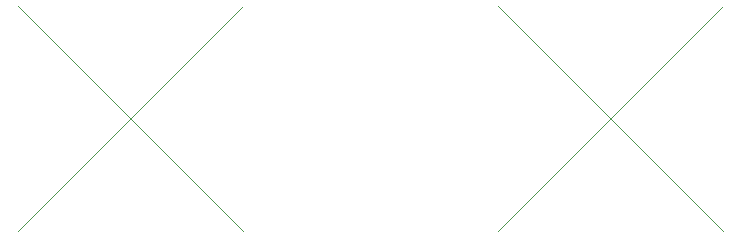
<source format=gbr>
%TF.GenerationSoftware,KiCad,Pcbnew,(6.0.8-1)-1*%
%TF.CreationDate,2022-10-31T23:33:37-07:00*%
%TF.ProjectId,bigger_test_files,62696767-6572-45f7-9465-73745f66696c,rev?*%
%TF.SameCoordinates,Original*%
%TF.FileFunction,OtherDrawing,Comment*%
%FSLAX46Y46*%
G04 Gerber Fmt 4.6, Leading zero omitted, Abs format (unit mm)*
G04 Created by KiCad (PCBNEW (6.0.8-1)-1) date 2022-10-31 23:33:37*
%MOMM*%
%LPD*%
G01*
G04 APERTURE LIST*
%ADD10C,0.100000*%
G04 APERTURE END LIST*
D10*
X191160000Y-48920000D02*
X210160000Y-67920000D01*
X191160000Y-67920000D02*
X210160000Y-48920000D01*
X231800000Y-48920000D02*
X250800000Y-67920000D01*
X231800000Y-67920000D02*
X250800000Y-48920000D01*
M02*

</source>
